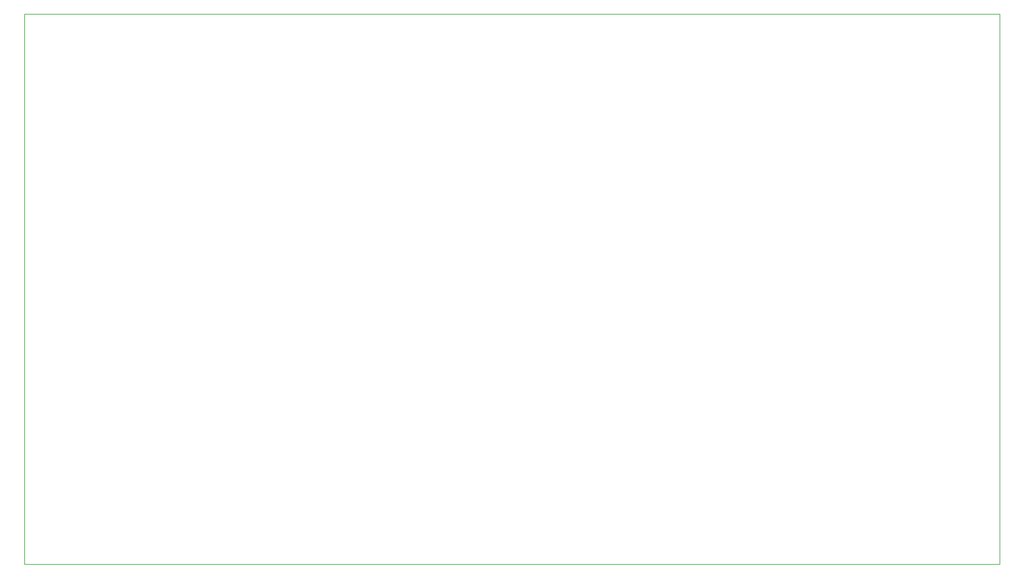
<source format=gbr>
G04 #@! TF.GenerationSoftware,KiCad,Pcbnew,(5.1.6)-1*
G04 #@! TF.CreationDate,2020-09-08T15:56:59+05:30*
G04 #@! TF.ProjectId,rj-2-4ghz-filter-amp,726a2d32-2d34-4676-987a-2d66696c7465,rev?*
G04 #@! TF.SameCoordinates,Original*
G04 #@! TF.FileFunction,Profile,NP*
%FSLAX46Y46*%
G04 Gerber Fmt 4.6, Leading zero omitted, Abs format (unit mm)*
G04 Created by KiCad (PCBNEW (5.1.6)-1) date 2020-09-08 15:56:59*
%MOMM*%
%LPD*%
G01*
G04 APERTURE LIST*
G04 #@! TA.AperFunction,Profile*
%ADD10C,0.050000*%
G04 #@! TD*
G04 APERTURE END LIST*
D10*
X233400600Y-43286680D02*
X91183460Y-43286680D01*
X91183460Y-43286680D02*
X91183460Y-123548140D01*
X233400600Y-123548140D02*
X233400600Y-43286680D01*
X91183460Y-123548140D02*
X233400600Y-123548140D01*
M02*

</source>
